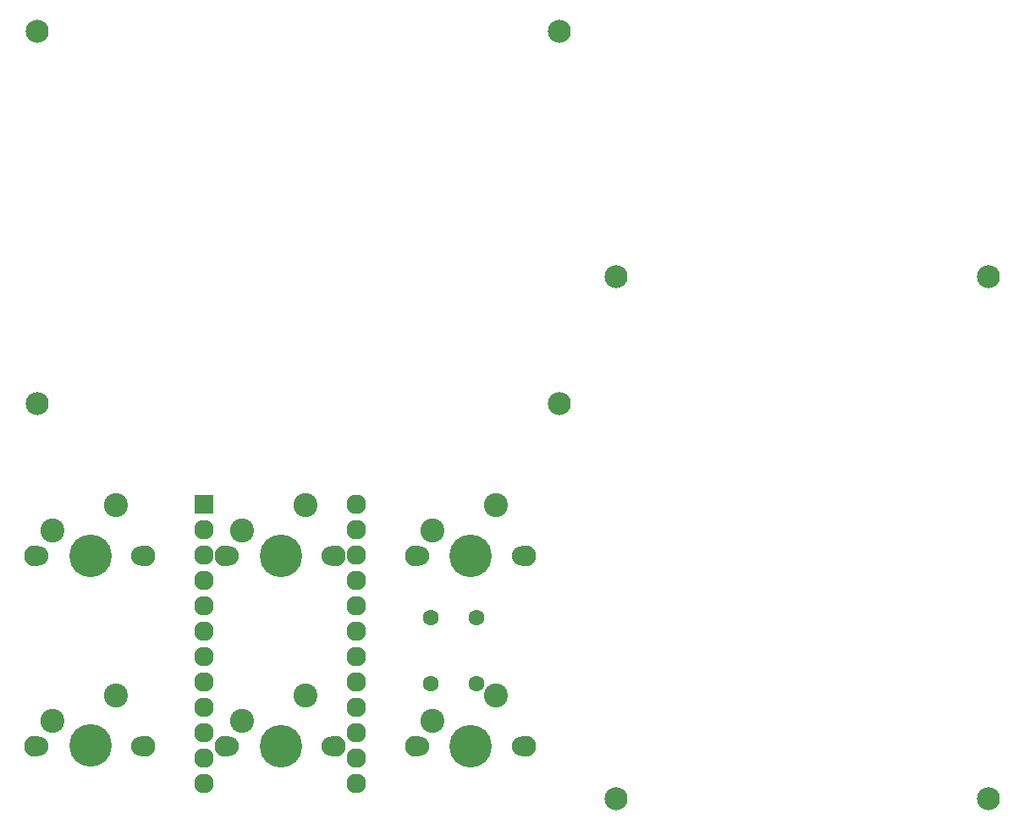
<source format=gbr>
%TF.GenerationSoftware,Altium Limited,Altium Designer,20.1.12 (249)*%
G04 Layer_Color=8388736*
%FSLAX26Y26*%
%MOIN*%
%TF.SameCoordinates,9E99BA8B-9897-4C81-AE0E-6E9FF3DC4262*%
%TF.FilePolarity,Negative*%
%TF.FileFunction,Soldermask,Top*%
%TF.Part,Single*%
G01*
G75*
%TA.AperFunction,ViaPad*%
%ADD22C,0.090677*%
%TA.AperFunction,ComponentPad*%
%ADD23C,0.063118*%
%ADD24C,0.074929*%
%ADD25C,0.082803*%
%ADD26C,0.094614*%
%ADD27C,0.167449*%
%ADD28C,0.077016*%
%ADD29R,0.077016X0.077016*%
D22*
X2378937Y96457D02*
D03*
Y2153543D02*
D03*
X3845472D02*
D03*
Y96457D02*
D03*
D03*
D03*
X2155512Y3120079D02*
D03*
D03*
D03*
X98425D02*
D03*
Y1653543D02*
D03*
X2155512D02*
D03*
D23*
X1828819Y549213D02*
D03*
X1647716D02*
D03*
X1828819Y809055D02*
D03*
X1647716D02*
D03*
D24*
X506099Y304803D02*
D03*
X106099D02*
D03*
X506099Y1054016D02*
D03*
X106099D02*
D03*
X1255548Y303779D02*
D03*
X855548D02*
D03*
X1255312Y1054016D02*
D03*
X855312D02*
D03*
X2004760Y303779D02*
D03*
X1604760D02*
D03*
X2004524Y1054016D02*
D03*
X1604524D02*
D03*
D25*
X522634Y304803D02*
D03*
X89170D02*
D03*
X522634Y1054016D02*
D03*
X89170D02*
D03*
X1272083Y303779D02*
D03*
X838619D02*
D03*
X1271847Y1054016D02*
D03*
X838383D02*
D03*
X2021296Y303779D02*
D03*
X1587831D02*
D03*
X2021060Y1054016D02*
D03*
X1587595D02*
D03*
D26*
X407083Y504803D02*
D03*
X157083Y404803D02*
D03*
X407083Y1254016D02*
D03*
X157083Y1154016D02*
D03*
X1156532Y503779D02*
D03*
X906532Y403779D02*
D03*
X1156296Y1254016D02*
D03*
X906296Y1154016D02*
D03*
X1905745Y503779D02*
D03*
X1655745Y403779D02*
D03*
X1905508Y1254016D02*
D03*
X1655508Y1154016D02*
D03*
D27*
X307674Y305394D02*
D03*
Y1054606D02*
D03*
X1057123Y304370D02*
D03*
X1056887Y1054606D02*
D03*
X1806335Y304370D02*
D03*
X1806099Y1054606D02*
D03*
D28*
X1355315Y1055906D02*
D03*
Y255905D02*
D03*
Y655905D02*
D03*
Y155905D02*
D03*
Y455906D02*
D03*
Y355906D02*
D03*
Y855905D02*
D03*
Y755905D02*
D03*
Y1155906D02*
D03*
Y955905D02*
D03*
Y1255906D02*
D03*
Y555905D02*
D03*
X755315Y255905D02*
D03*
Y655905D02*
D03*
Y1055906D02*
D03*
Y155905D02*
D03*
Y455906D02*
D03*
Y355906D02*
D03*
Y855905D02*
D03*
Y755905D02*
D03*
Y955905D02*
D03*
Y1155906D02*
D03*
Y555905D02*
D03*
D29*
Y1255906D02*
D03*
%TF.MD5,208ed7d0179ba2e9342b3f5dc9cf78e5*%
M02*

</source>
